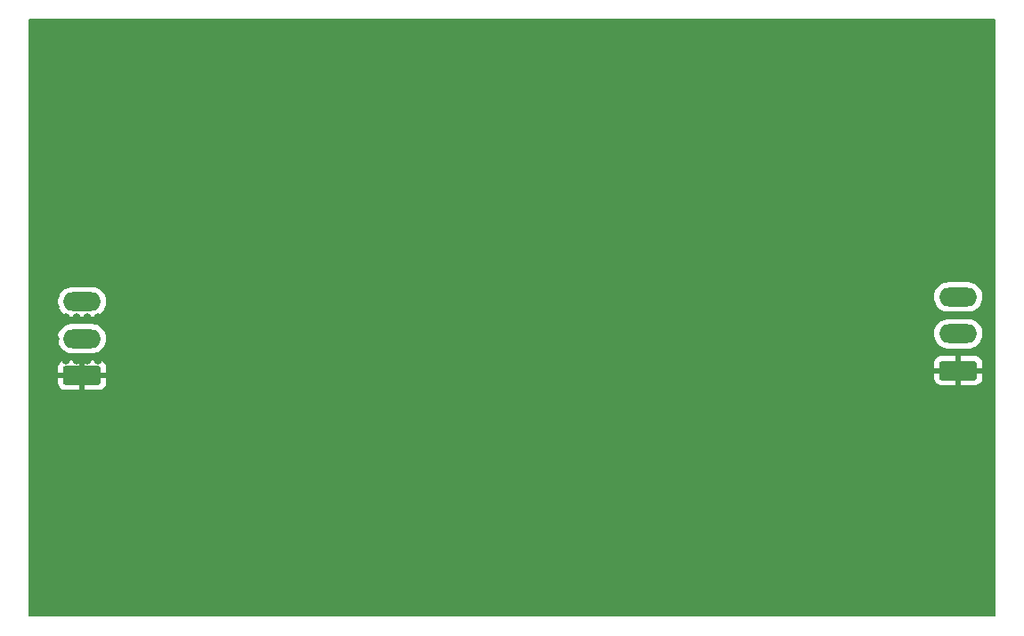
<source format=gbl>
%TF.GenerationSoftware,KiCad,Pcbnew,7.0.9*%
%TF.CreationDate,2024-02-01T15:21:56-05:00*%
%TF.ProjectId,power_filter,706f7765-725f-4666-996c-7465722e6b69,rev?*%
%TF.SameCoordinates,Original*%
%TF.FileFunction,Copper,L2,Bot*%
%TF.FilePolarity,Positive*%
%FSLAX46Y46*%
G04 Gerber Fmt 4.6, Leading zero omitted, Abs format (unit mm)*
G04 Created by KiCad (PCBNEW 7.0.9) date 2024-02-01 15:21:56*
%MOMM*%
%LPD*%
G01*
G04 APERTURE LIST*
G04 Aperture macros list*
%AMRoundRect*
0 Rectangle with rounded corners*
0 $1 Rounding radius*
0 $2 $3 $4 $5 $6 $7 $8 $9 X,Y pos of 4 corners*
0 Add a 4 corners polygon primitive as box body*
4,1,4,$2,$3,$4,$5,$6,$7,$8,$9,$2,$3,0*
0 Add four circle primitives for the rounded corners*
1,1,$1+$1,$2,$3*
1,1,$1+$1,$4,$5*
1,1,$1+$1,$6,$7*
1,1,$1+$1,$8,$9*
0 Add four rect primitives between the rounded corners*
20,1,$1+$1,$2,$3,$4,$5,0*
20,1,$1+$1,$4,$5,$6,$7,0*
20,1,$1+$1,$6,$7,$8,$9,0*
20,1,$1+$1,$8,$9,$2,$3,0*%
G04 Aperture macros list end*
%TA.AperFunction,ComponentPad*%
%ADD10RoundRect,0.250000X1.550000X-0.650000X1.550000X0.650000X-1.550000X0.650000X-1.550000X-0.650000X0*%
%TD*%
%TA.AperFunction,ComponentPad*%
%ADD11O,3.600000X1.800000*%
%TD*%
%TA.AperFunction,ViaPad*%
%ADD12C,0.800000*%
%TD*%
G04 APERTURE END LIST*
D10*
%TO.P,J2,1,Pin_1*%
%TO.N,GND*%
X187960000Y-107132000D03*
D11*
%TO.P,J2,2,Pin_2*%
%TO.N,Vout-*%
X187960000Y-103632000D03*
%TO.P,J2,3,Pin_3*%
%TO.N,Vout+*%
X187960000Y-100132000D03*
%TD*%
D10*
%TO.P,J1,1,Pin_1*%
%TO.N,GND*%
X104648000Y-107584000D03*
D11*
%TO.P,J1,2,Pin_2*%
%TO.N,Vin-*%
X104648000Y-104084000D03*
%TO.P,J1,3,Pin_3*%
%TO.N,Vin+*%
X104648000Y-100584000D03*
%TD*%
D12*
%TO.N,GND*%
X139192000Y-109220000D03*
X179324000Y-102108000D03*
X149860000Y-104648000D03*
X136144000Y-94996000D03*
X133096000Y-106172000D03*
X117348000Y-107696000D03*
X155448000Y-94996000D03*
X152400000Y-96520000D03*
X133096000Y-96012000D03*
X114300000Y-98552000D03*
X108204000Y-99060000D03*
X133096000Y-104140000D03*
X138176000Y-109220000D03*
X107188000Y-102616000D03*
X112268000Y-108712000D03*
X122936000Y-98552000D03*
X130048000Y-95504000D03*
X169672000Y-99060000D03*
X153416000Y-109220000D03*
X152400000Y-94488000D03*
X155448000Y-109220000D03*
X113284000Y-102108000D03*
X112268000Y-95504000D03*
X122936000Y-106680000D03*
X133096000Y-101092000D03*
X114300000Y-97536000D03*
X169672000Y-108204000D03*
X162560000Y-102108000D03*
X125984000Y-94996000D03*
X122936000Y-97536000D03*
X124968000Y-94996000D03*
X166624000Y-94996000D03*
X103124000Y-106172000D03*
X114300000Y-99568000D03*
X130048000Y-100584000D03*
X154432000Y-94996000D03*
X162560000Y-100076000D03*
X130048000Y-97536000D03*
X136144000Y-109220000D03*
X106172000Y-102108000D03*
X176276000Y-102108000D03*
X140208000Y-100076000D03*
X106172000Y-106172000D03*
X141224000Y-104140000D03*
X135128000Y-94996000D03*
X137160000Y-102108000D03*
X106172000Y-98552000D03*
X112268000Y-102108000D03*
X131064000Y-103124000D03*
X165608000Y-94996000D03*
X146812000Y-104648000D03*
X110236000Y-98552000D03*
X169672000Y-96012000D03*
X169672000Y-106172000D03*
X153416000Y-94996000D03*
X124968000Y-109220000D03*
X162560000Y-94996000D03*
X140208000Y-94996000D03*
X175768000Y-98552000D03*
X116332000Y-102108000D03*
X116332000Y-95504000D03*
X145796000Y-104648000D03*
X134112000Y-94996000D03*
X175768000Y-106172000D03*
X133096000Y-98044000D03*
X133096000Y-102108000D03*
X125984000Y-102108000D03*
X158496000Y-94996000D03*
X115316000Y-108712000D03*
X156464000Y-109220000D03*
X169672000Y-98044000D03*
X159512000Y-107696000D03*
X133096000Y-97028000D03*
X108204000Y-102616000D03*
X140208000Y-109220000D03*
X169672000Y-97028000D03*
X142748000Y-99060000D03*
X135128000Y-102108000D03*
X148844000Y-99568000D03*
X137160000Y-94996000D03*
X163576000Y-109220000D03*
X169672000Y-109220000D03*
X171704000Y-99060000D03*
X159512000Y-100584000D03*
X133096000Y-103124000D03*
X117856000Y-96520000D03*
X168656000Y-94996000D03*
X161036000Y-102108000D03*
X163576000Y-94996000D03*
X150876000Y-99568000D03*
X143256000Y-102108000D03*
X128016000Y-109220000D03*
X120396000Y-99060000D03*
X162560000Y-97028000D03*
X102108000Y-104140000D03*
X151892000Y-99568000D03*
X162560000Y-96012000D03*
X141224000Y-94996000D03*
X110744000Y-107696000D03*
X119888000Y-102108000D03*
X135128000Y-109220000D03*
X127000000Y-109220000D03*
X162560000Y-103124000D03*
X140208000Y-96012000D03*
X166624000Y-109220000D03*
X142748000Y-105156000D03*
X133096000Y-100076000D03*
X178308000Y-102108000D03*
X138176000Y-102108000D03*
X130048000Y-107696000D03*
X119380000Y-105156000D03*
X181356000Y-102108000D03*
X162560000Y-109220000D03*
X116332000Y-108712000D03*
X134112000Y-109220000D03*
X162560000Y-99060000D03*
X152400000Y-105664000D03*
X122936000Y-105664000D03*
X125984000Y-109220000D03*
X184404000Y-102108000D03*
X164592000Y-109220000D03*
X162560000Y-107188000D03*
X156464000Y-94996000D03*
X159512000Y-106680000D03*
X141732000Y-99060000D03*
X122936000Y-96520000D03*
X173228000Y-105156000D03*
X127000000Y-102108000D03*
X152400000Y-106680000D03*
X113284000Y-95504000D03*
X110236000Y-97536000D03*
X118364000Y-104648000D03*
X162560000Y-105156000D03*
X159512000Y-104648000D03*
X140208000Y-108204000D03*
X150876000Y-104648000D03*
X172212000Y-105156000D03*
X162560000Y-106172000D03*
X117348000Y-95504000D03*
X129032000Y-109220000D03*
X119380000Y-99060000D03*
X138176000Y-94996000D03*
X159512000Y-99568000D03*
X157480000Y-94996000D03*
X167640000Y-109220000D03*
X122936000Y-108712000D03*
X152400000Y-107696000D03*
X169672000Y-94996000D03*
X139192000Y-94996000D03*
X114300000Y-108712000D03*
X102108000Y-101092000D03*
X108204000Y-105664000D03*
X151892000Y-104648000D03*
X183388000Y-102108000D03*
X141732000Y-105156000D03*
X105156000Y-98552000D03*
X133096000Y-107188000D03*
X109220000Y-105664000D03*
X162560000Y-104140000D03*
X169672000Y-100076000D03*
X172212000Y-102108000D03*
X152400000Y-97536000D03*
X182372000Y-102108000D03*
X159512000Y-108712000D03*
X111252000Y-102108000D03*
X152400000Y-95504000D03*
X157480000Y-109220000D03*
X145796000Y-99568000D03*
X159512000Y-103632000D03*
X123952000Y-109220000D03*
X159512000Y-96520000D03*
X137160000Y-109220000D03*
X103124000Y-102108000D03*
X175260000Y-104648000D03*
X131064000Y-101092000D03*
X122428000Y-104648000D03*
X111252000Y-95504000D03*
X102108000Y-99060000D03*
X117348000Y-108712000D03*
X143764000Y-105156000D03*
X158496000Y-109220000D03*
X122936000Y-95504000D03*
X130048000Y-98552000D03*
X143764000Y-99060000D03*
X102108000Y-105156000D03*
X159512000Y-105664000D03*
X172720000Y-99060000D03*
X115316000Y-95504000D03*
X164592000Y-94996000D03*
X168656000Y-109220000D03*
X122936000Y-107696000D03*
X114300000Y-100584000D03*
X162560000Y-98044000D03*
X130048000Y-103632000D03*
X117348000Y-106680000D03*
X110744000Y-106680000D03*
X120396000Y-105156000D03*
X102108000Y-102108000D03*
X159512000Y-97536000D03*
X123952000Y-94996000D03*
X115316000Y-102108000D03*
X140208000Y-107188000D03*
X129032000Y-102108000D03*
X141224000Y-100076000D03*
X140208000Y-97028000D03*
X134112000Y-102108000D03*
X159512000Y-95504000D03*
X128016000Y-102108000D03*
X102108000Y-103124000D03*
X121412000Y-99060000D03*
X105156000Y-106172000D03*
X171196000Y-105156000D03*
X152400000Y-98552000D03*
X110236000Y-96012000D03*
X147828000Y-104648000D03*
X136144000Y-102108000D03*
X114300000Y-102108000D03*
X133096000Y-99060000D03*
X159512000Y-102108000D03*
X117856000Y-97536000D03*
X169672000Y-105156000D03*
X128016000Y-94996000D03*
X130048000Y-108712000D03*
X102108000Y-100076000D03*
X169672000Y-104140000D03*
X105156000Y-102108000D03*
X180340000Y-102108000D03*
X170688000Y-99568000D03*
X103124000Y-98552000D03*
X149860000Y-99568000D03*
X146812000Y-99568000D03*
X140208000Y-104140000D03*
X130048000Y-102108000D03*
X152400000Y-108712000D03*
X162560000Y-101092000D03*
X122428000Y-99568000D03*
X107188000Y-99060000D03*
X140208000Y-99060000D03*
X177292000Y-102108000D03*
X159512000Y-98552000D03*
X130048000Y-105664000D03*
X140208000Y-98044000D03*
X104140000Y-98552000D03*
X173736000Y-99060000D03*
X133096000Y-105156000D03*
X169672000Y-107188000D03*
X144780000Y-105156000D03*
X114300000Y-96520000D03*
X130048000Y-104648000D03*
X109220000Y-102108000D03*
X140208000Y-105156000D03*
X113284000Y-108712000D03*
X127000000Y-94996000D03*
X117856000Y-98552000D03*
X162560000Y-108204000D03*
X118364000Y-99568000D03*
X129032000Y-94996000D03*
X154432000Y-109220000D03*
X167640000Y-94996000D03*
X130048000Y-99568000D03*
X111252000Y-108712000D03*
X141224000Y-109220000D03*
X144780000Y-99060000D03*
X124968000Y-102108000D03*
X110236000Y-105664000D03*
X107188000Y-105664000D03*
X147828000Y-99568000D03*
X130048000Y-96520000D03*
X165608000Y-109220000D03*
X109220000Y-98552000D03*
X117348000Y-105664000D03*
X133096000Y-94996000D03*
X131064000Y-102108000D03*
X133096000Y-108204000D03*
X132080000Y-102108000D03*
X174752000Y-99568000D03*
X170688000Y-104140000D03*
X152400000Y-109728000D03*
X110236000Y-102108000D03*
X104140000Y-102108000D03*
X148844000Y-104648000D03*
X140208000Y-106172000D03*
X114300000Y-95504000D03*
X130048000Y-106680000D03*
X121412000Y-105156000D03*
X133096000Y-109220000D03*
X104140000Y-106172000D03*
X174244000Y-105156000D03*
%TD*%
%TA.AperFunction,Conductor*%
%TO.N,GND*%
G36*
X191459039Y-73679685D02*
G01*
X191504794Y-73732489D01*
X191516000Y-73784000D01*
X191516000Y-130432000D01*
X191496315Y-130499039D01*
X191443511Y-130544794D01*
X191392000Y-130556000D01*
X99692000Y-130556000D01*
X99624961Y-130536315D01*
X99579206Y-130483511D01*
X99568000Y-130432000D01*
X99568000Y-107334000D01*
X102348000Y-107334000D01*
X104102118Y-107334000D01*
X104063444Y-107427369D01*
X104042823Y-107584000D01*
X104063444Y-107740631D01*
X104102118Y-107834000D01*
X102348001Y-107834000D01*
X102348001Y-108283986D01*
X102358494Y-108386697D01*
X102413641Y-108553119D01*
X102413643Y-108553124D01*
X102505684Y-108702345D01*
X102629654Y-108826315D01*
X102778875Y-108918356D01*
X102778880Y-108918358D01*
X102945302Y-108973505D01*
X102945309Y-108973506D01*
X103048019Y-108983999D01*
X104397999Y-108983999D01*
X104398000Y-108983998D01*
X104398000Y-108129881D01*
X104491369Y-108168556D01*
X104608677Y-108184000D01*
X104687323Y-108184000D01*
X104804631Y-108168556D01*
X104898000Y-108129881D01*
X104898000Y-108983999D01*
X106247972Y-108983999D01*
X106247986Y-108983998D01*
X106350697Y-108973505D01*
X106517119Y-108918358D01*
X106517124Y-108918356D01*
X106666345Y-108826315D01*
X106790315Y-108702345D01*
X106882356Y-108553124D01*
X106882358Y-108553119D01*
X106937505Y-108386697D01*
X106937506Y-108386690D01*
X106947999Y-108283986D01*
X106948000Y-108283973D01*
X106948000Y-107834000D01*
X105193882Y-107834000D01*
X105232556Y-107740631D01*
X105253177Y-107584000D01*
X105232556Y-107427369D01*
X105193882Y-107334000D01*
X106947999Y-107334000D01*
X106947999Y-106884028D01*
X106947998Y-106884013D01*
X106947792Y-106882000D01*
X185660000Y-106882000D01*
X187414118Y-106882000D01*
X187375444Y-106975369D01*
X187354823Y-107132000D01*
X187375444Y-107288631D01*
X187414118Y-107382000D01*
X185660001Y-107382000D01*
X185660001Y-107831986D01*
X185670494Y-107934697D01*
X185725641Y-108101119D01*
X185725643Y-108101124D01*
X185817684Y-108250345D01*
X185941654Y-108374315D01*
X186090875Y-108466356D01*
X186090880Y-108466358D01*
X186257302Y-108521505D01*
X186257309Y-108521506D01*
X186360019Y-108531999D01*
X187709999Y-108531999D01*
X187710000Y-108531998D01*
X187710000Y-107677881D01*
X187803369Y-107716556D01*
X187920677Y-107732000D01*
X187999323Y-107732000D01*
X188116631Y-107716556D01*
X188210000Y-107677881D01*
X188210000Y-108531999D01*
X189559972Y-108531999D01*
X189559986Y-108531998D01*
X189662697Y-108521505D01*
X189829119Y-108466358D01*
X189829124Y-108466356D01*
X189978345Y-108374315D01*
X190102315Y-108250345D01*
X190194356Y-108101124D01*
X190194358Y-108101119D01*
X190249505Y-107934697D01*
X190249506Y-107934690D01*
X190259999Y-107831986D01*
X190260000Y-107831973D01*
X190260000Y-107382000D01*
X188505882Y-107382000D01*
X188544556Y-107288631D01*
X188565177Y-107132000D01*
X188544556Y-106975369D01*
X188505882Y-106882000D01*
X190259999Y-106882000D01*
X190259999Y-106432028D01*
X190259998Y-106432013D01*
X190249505Y-106329302D01*
X190194358Y-106162880D01*
X190194356Y-106162875D01*
X190102315Y-106013654D01*
X189978345Y-105889684D01*
X189829124Y-105797643D01*
X189829119Y-105797641D01*
X189662697Y-105742494D01*
X189662690Y-105742493D01*
X189559986Y-105732000D01*
X188210000Y-105732000D01*
X188210000Y-106586118D01*
X188116631Y-106547444D01*
X187999323Y-106532000D01*
X187920677Y-106532000D01*
X187803369Y-106547444D01*
X187710000Y-106586118D01*
X187710000Y-105732000D01*
X186360028Y-105732000D01*
X186360012Y-105732001D01*
X186257302Y-105742494D01*
X186090880Y-105797641D01*
X186090875Y-105797643D01*
X185941654Y-105889684D01*
X185817684Y-106013654D01*
X185725643Y-106162875D01*
X185725641Y-106162880D01*
X185670494Y-106329302D01*
X185670493Y-106329309D01*
X185660000Y-106432013D01*
X185660000Y-106882000D01*
X106947792Y-106882000D01*
X106937505Y-106781302D01*
X106882358Y-106614880D01*
X106882356Y-106614875D01*
X106790315Y-106465654D01*
X106666345Y-106341684D01*
X106517124Y-106249643D01*
X106517119Y-106249641D01*
X106350697Y-106194494D01*
X106350690Y-106194493D01*
X106247986Y-106184000D01*
X104898000Y-106184000D01*
X104898000Y-107038118D01*
X104804631Y-106999444D01*
X104687323Y-106984000D01*
X104608677Y-106984000D01*
X104491369Y-106999444D01*
X104398000Y-107038118D01*
X104398000Y-106184000D01*
X103048028Y-106184000D01*
X103048012Y-106184001D01*
X102945302Y-106194494D01*
X102778880Y-106249641D01*
X102778875Y-106249643D01*
X102629654Y-106341684D01*
X102505684Y-106465654D01*
X102413643Y-106614875D01*
X102413641Y-106614880D01*
X102358494Y-106781302D01*
X102358493Y-106781309D01*
X102348000Y-106884013D01*
X102348000Y-107334000D01*
X99568000Y-107334000D01*
X99568000Y-104024346D01*
X102343702Y-104024346D01*
X102353819Y-104262528D01*
X102353819Y-104262532D01*
X102404045Y-104495580D01*
X102464793Y-104646754D01*
X102492936Y-104716790D01*
X102617931Y-104919795D01*
X102775436Y-105098755D01*
X102960920Y-105248523D01*
X103169046Y-105364790D01*
X103294951Y-105409275D01*
X103393829Y-105444211D01*
X103628790Y-105484499D01*
X103628798Y-105484499D01*
X103628800Y-105484500D01*
X103628801Y-105484500D01*
X105607502Y-105484500D01*
X105785536Y-105469347D01*
X105785539Y-105469346D01*
X105785541Y-105469346D01*
X106016249Y-105409275D01*
X106148973Y-105349279D01*
X106233480Y-105311080D01*
X106233481Y-105311078D01*
X106233486Y-105311077D01*
X106431003Y-105177579D01*
X106603118Y-105012621D01*
X106744879Y-104820947D01*
X106852207Y-104608074D01*
X106922016Y-104380123D01*
X106952298Y-104143654D01*
X106942180Y-103905468D01*
X106891954Y-103672419D01*
X106851741Y-103572346D01*
X185655702Y-103572346D01*
X185665819Y-103810528D01*
X185665819Y-103810532D01*
X185716045Y-104043580D01*
X185804935Y-104264788D01*
X185804936Y-104264790D01*
X185929931Y-104467795D01*
X186087436Y-104646755D01*
X186272920Y-104796523D01*
X186481046Y-104912790D01*
X186606951Y-104957275D01*
X186705829Y-104992211D01*
X186940790Y-105032499D01*
X186940798Y-105032499D01*
X186940800Y-105032500D01*
X186940801Y-105032500D01*
X188919502Y-105032500D01*
X189097536Y-105017347D01*
X189097539Y-105017346D01*
X189097541Y-105017346D01*
X189328249Y-104957275D01*
X189460973Y-104897279D01*
X189545480Y-104859080D01*
X189545481Y-104859078D01*
X189545486Y-104859077D01*
X189743003Y-104725579D01*
X189915118Y-104560621D01*
X190056879Y-104368947D01*
X190164207Y-104156074D01*
X190234016Y-103928123D01*
X190264298Y-103691654D01*
X190254180Y-103453468D01*
X190253693Y-103451210D01*
X190203954Y-103220419D01*
X190115064Y-102999210D01*
X189990069Y-102796205D01*
X189832564Y-102617245D01*
X189647080Y-102467477D01*
X189533130Y-102403820D01*
X189438955Y-102351210D01*
X189214170Y-102271788D01*
X188979209Y-102231500D01*
X188979200Y-102231500D01*
X187000503Y-102231500D01*
X187000498Y-102231500D01*
X186822463Y-102246652D01*
X186591751Y-102306724D01*
X186374519Y-102404919D01*
X186374511Y-102404924D01*
X186177006Y-102538413D01*
X186176997Y-102538421D01*
X186004881Y-102703379D01*
X185863123Y-102895050D01*
X185863120Y-102895054D01*
X185755796Y-103107920D01*
X185755793Y-103107926D01*
X185685983Y-103335878D01*
X185655702Y-103572346D01*
X106851741Y-103572346D01*
X106803064Y-103451210D01*
X106678069Y-103248205D01*
X106520564Y-103069245D01*
X106335080Y-102919477D01*
X106221130Y-102855820D01*
X106126955Y-102803210D01*
X105902170Y-102723788D01*
X105667209Y-102683500D01*
X105667200Y-102683500D01*
X103688503Y-102683500D01*
X103688498Y-102683500D01*
X103510463Y-102698652D01*
X103279751Y-102758724D01*
X103062519Y-102856919D01*
X103062511Y-102856924D01*
X102865006Y-102990413D01*
X102864997Y-102990421D01*
X102692881Y-103155379D01*
X102551123Y-103347050D01*
X102551120Y-103347054D01*
X102443796Y-103559920D01*
X102443793Y-103559926D01*
X102373983Y-103787878D01*
X102343702Y-104024346D01*
X99568000Y-104024346D01*
X99568000Y-100524346D01*
X102343702Y-100524346D01*
X102353819Y-100762528D01*
X102353819Y-100762532D01*
X102404045Y-100995580D01*
X102464793Y-101146754D01*
X102492936Y-101216790D01*
X102617931Y-101419795D01*
X102775436Y-101598755D01*
X102960920Y-101748523D01*
X103169046Y-101864790D01*
X103294951Y-101909275D01*
X103393829Y-101944211D01*
X103628790Y-101984499D01*
X103628798Y-101984499D01*
X103628800Y-101984500D01*
X103628801Y-101984500D01*
X105607502Y-101984500D01*
X105785536Y-101969347D01*
X105785539Y-101969346D01*
X105785541Y-101969346D01*
X106016249Y-101909275D01*
X106148973Y-101849279D01*
X106233480Y-101811080D01*
X106233481Y-101811078D01*
X106233486Y-101811077D01*
X106431003Y-101677579D01*
X106603118Y-101512621D01*
X106744879Y-101320947D01*
X106852207Y-101108074D01*
X106922016Y-100880123D01*
X106952298Y-100643654D01*
X106942180Y-100405468D01*
X106891954Y-100172419D01*
X106851741Y-100072346D01*
X185655702Y-100072346D01*
X185665819Y-100310528D01*
X185665819Y-100310532D01*
X185716045Y-100543580D01*
X185804935Y-100764788D01*
X185804936Y-100764790D01*
X185929931Y-100967795D01*
X186087436Y-101146755D01*
X186272920Y-101296523D01*
X186481046Y-101412790D01*
X186606951Y-101457275D01*
X186705829Y-101492211D01*
X186940790Y-101532499D01*
X186940798Y-101532499D01*
X186940800Y-101532500D01*
X186940801Y-101532500D01*
X188919502Y-101532500D01*
X189097536Y-101517347D01*
X189097539Y-101517346D01*
X189097541Y-101517346D01*
X189328249Y-101457275D01*
X189460973Y-101397279D01*
X189545480Y-101359080D01*
X189545481Y-101359078D01*
X189545486Y-101359077D01*
X189743003Y-101225579D01*
X189915118Y-101060621D01*
X190056879Y-100868947D01*
X190164207Y-100656074D01*
X190234016Y-100428123D01*
X190264298Y-100191654D01*
X190254180Y-99953468D01*
X190253693Y-99951210D01*
X190203954Y-99720419D01*
X190115064Y-99499210D01*
X189990069Y-99296205D01*
X189832564Y-99117245D01*
X189647080Y-98967477D01*
X189533130Y-98903820D01*
X189438955Y-98851210D01*
X189214170Y-98771788D01*
X188979209Y-98731500D01*
X188979200Y-98731500D01*
X187000503Y-98731500D01*
X187000498Y-98731500D01*
X186822463Y-98746652D01*
X186591751Y-98806724D01*
X186374519Y-98904919D01*
X186374511Y-98904924D01*
X186177006Y-99038413D01*
X186176997Y-99038421D01*
X186004881Y-99203379D01*
X185863123Y-99395050D01*
X185863120Y-99395054D01*
X185755796Y-99607920D01*
X185755793Y-99607926D01*
X185685983Y-99835878D01*
X185655702Y-100072346D01*
X106851741Y-100072346D01*
X106803064Y-99951210D01*
X106678069Y-99748205D01*
X106520564Y-99569245D01*
X106335080Y-99419477D01*
X106221130Y-99355820D01*
X106126955Y-99303210D01*
X105902170Y-99223788D01*
X105667209Y-99183500D01*
X105667200Y-99183500D01*
X103688503Y-99183500D01*
X103688498Y-99183500D01*
X103510463Y-99198652D01*
X103279751Y-99258724D01*
X103062519Y-99356919D01*
X103062511Y-99356924D01*
X102865006Y-99490413D01*
X102864997Y-99490421D01*
X102692881Y-99655379D01*
X102551123Y-99847050D01*
X102551120Y-99847054D01*
X102443796Y-100059920D01*
X102443793Y-100059926D01*
X102373983Y-100287878D01*
X102343702Y-100524346D01*
X99568000Y-100524346D01*
X99568000Y-73784000D01*
X99587685Y-73716961D01*
X99640489Y-73671206D01*
X99692000Y-73660000D01*
X191392000Y-73660000D01*
X191459039Y-73679685D01*
G37*
%TD.AperFunction*%
%TD*%
M02*

</source>
